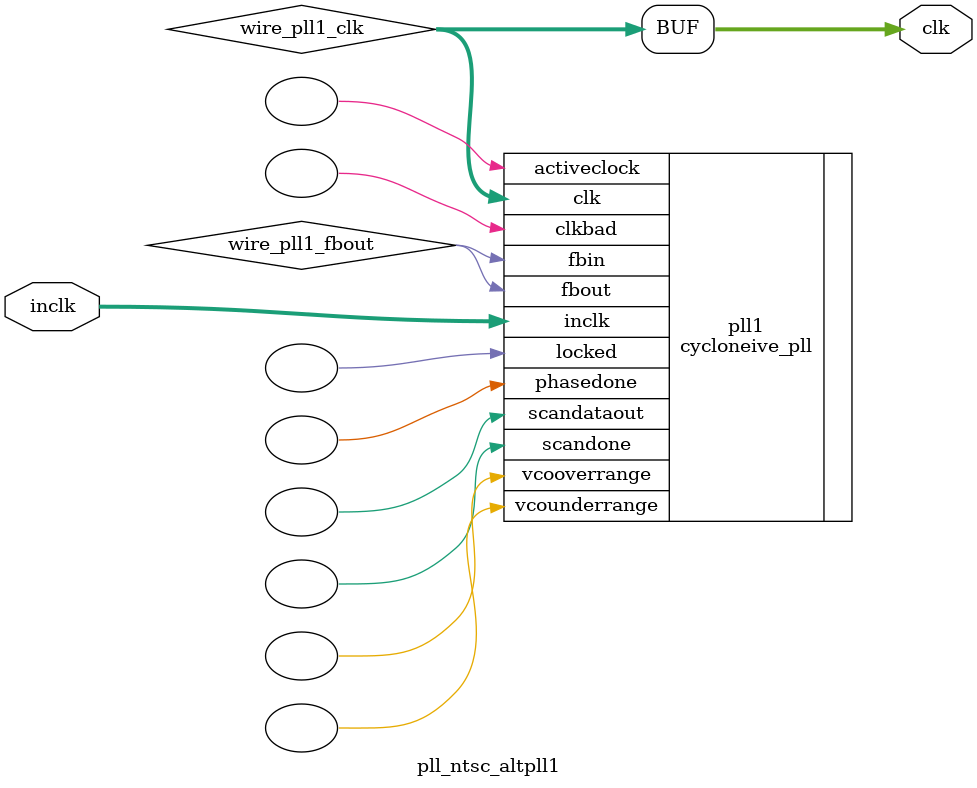
<source format=v>






//synthesis_resources = cycloneive_pll 1 
//synopsys translate_off
`timescale 1 ps / 1 ps
//synopsys translate_on
module  pll_ntsc_altpll1
	( 
	clk,
	inclk) /* synthesis synthesis_clearbox=1 */;
	output   [4:0]  clk;
	input   [1:0]  inclk;
`ifndef ALTERA_RESERVED_QIS
// synopsys translate_off
`endif
	tri0   [1:0]  inclk;
`ifndef ALTERA_RESERVED_QIS
// synopsys translate_on
`endif

	wire  [4:0]   wire_pll1_clk;
	wire  wire_pll1_fbout;

	cycloneive_pll   pll1
	( 
	.activeclock(),
	.clk(wire_pll1_clk),
	.clkbad(),
	.fbin(wire_pll1_fbout),
	.fbout(wire_pll1_fbout),
	.inclk(inclk),
	.locked(),
	.phasedone(),
	.scandataout(),
	.scandone(),
	.vcooverrange(),
	.vcounderrange()
	`ifndef FORMAL_VERIFICATION
	// synopsys translate_off
	`endif
	,
	.areset(1'b0),
	.clkswitch(1'b0),
	.configupdate(1'b0),
	.pfdena(1'b1),
	.phasecounterselect({3{1'b0}}),
	.phasestep(1'b0),
	.phaseupdown(1'b0),
	.scanclk(1'b0),
	.scanclkena(1'b1),
	.scandata(1'b0)
	`ifndef FORMAL_VERIFICATION
	// synopsys translate_on
	`endif
	);
	defparam
		pll1.bandwidth_type = "auto",
		pll1.clk0_divide_by = 10000000,
		pll1.clk0_duty_cycle = 50,
		pll1.clk0_multiply_by = 22909091,
		pll1.clk0_phase_shift = "0",
		pll1.clk1_divide_by = 125,
		pll1.clk1_duty_cycle = 50,
		pll1.clk1_multiply_by = 63,
		pll1.clk1_phase_shift = "0",
		pll1.compensate_clock = "clk1",
		pll1.inclk0_input_frequency = 20000,
		pll1.operation_mode = "normal",
		pll1.pll_type = "auto",
		pll1.lpm_type = "cycloneive_pll";
	assign
		clk = {wire_pll1_clk[4:0]};
endmodule //pll_ntsc_altpll1
//VALID FILE

</source>
